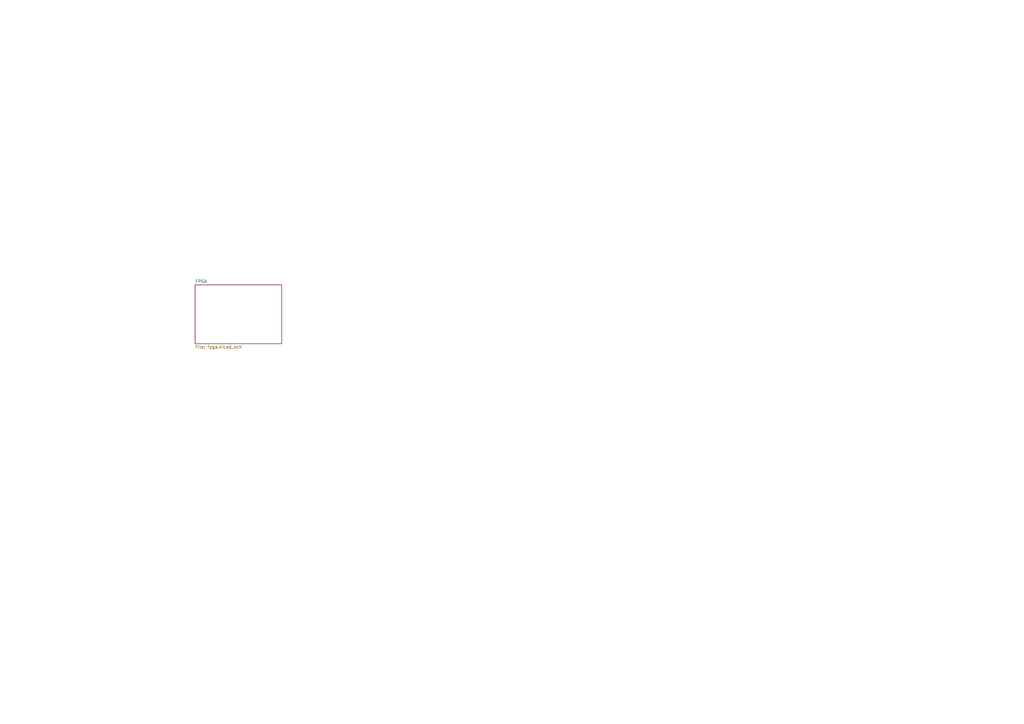
<source format=kicad_sch>
(kicad_sch
	(version 20231120)
	(generator "eeschema")
	(generator_version "8.0")
	(uuid "158284e9-49c8-407e-85b0-bafcd5c7a061")
	(paper "A3")
	(lib_symbols)
	(sheet
		(at 80.01 116.84)
		(size 35.56 24.13)
		(fields_autoplaced yes)
		(stroke
			(width 0.1524)
			(type solid)
		)
		(fill
			(color 0 0 0 0.0000)
		)
		(uuid "2ce5373f-7e11-4126-8a8a-a9732038b137")
		(property "Sheetname" "FPGA"
			(at 80.01 116.1284 0)
			(effects
				(font
					(size 1.27 1.27)
				)
				(justify left bottom)
			)
		)
		(property "Sheetfile" "fpga.kicad_sch"
			(at 80.01 141.5546 0)
			(effects
				(font
					(size 1.27 1.27)
				)
				(justify left top)
			)
		)
		(instances
			(project "sp7hat"
				(path "/158284e9-49c8-407e-85b0-bafcd5c7a061"
					(page "2")
				)
			)
		)
	)
	(sheet_instances
		(path "/"
			(page "1")
		)
	)
)

</source>
